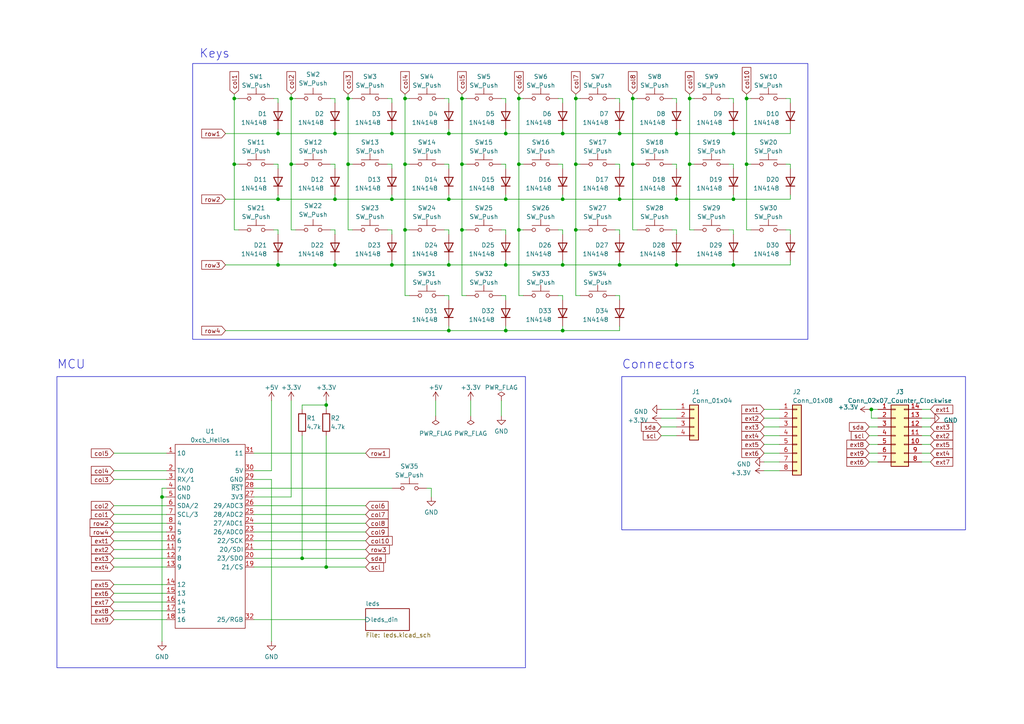
<source format=kicad_sch>
(kicad_sch (version 20230121) (generator eeschema)
  (paper "A4")
  (junction (at 130.175 38.735))
  (junction (at 87.63 161.925))
  (junction (at 167.005 66.675))
  (junction (at 67.945 28.575))
  (junction (at 97.155 57.785))
  (junction (at 97.155 38.735))
  (junction (at 179.705 76.835))
  (junction (at 150.495 28.575))
  (junction (at 196.215 76.835))
  (junction (at 212.725 38.735))
  (junction (at 46.99 144.145))
  (junction (at 183.515 28.575))
  (junction (at 179.705 38.735))
  (junction (at 100.965 47.625))
  (junction (at 113.665 38.735))
  (junction (at 117.475 66.675))
  (junction (at 163.195 57.785))
  (junction (at 80.645 57.785))
  (junction (at 133.985 28.575))
  (junction (at 84.455 28.575))
  (junction (at 97.155 76.835))
  (junction (at 196.215 57.785))
  (junction (at 212.725 76.835))
  (junction (at 216.535 47.625))
  (junction (at 113.665 76.835))
  (junction (at 179.705 57.785))
  (junction (at 183.515 47.625))
  (junction (at 94.615 117.475))
  (junction (at 146.685 57.785))
  (junction (at 150.495 66.675))
  (junction (at 146.685 38.735))
  (junction (at 133.985 47.625))
  (junction (at 67.945 47.625))
  (junction (at 80.645 38.735))
  (junction (at 212.725 57.785))
  (junction (at 94.615 164.465))
  (junction (at 196.215 38.735))
  (junction (at 80.645 76.835))
  (junction (at 133.985 66.675))
  (junction (at 200.025 47.625))
  (junction (at 200.025 28.575))
  (junction (at 216.535 28.575))
  (junction (at 130.175 57.785))
  (junction (at 252.73 118.745))
  (junction (at 146.685 95.885))
  (junction (at 150.495 47.625))
  (junction (at 117.475 47.625))
  (junction (at 130.175 95.885))
  (junction (at 163.195 76.835))
  (junction (at 117.475 28.575))
  (junction (at 167.005 47.625))
  (junction (at 100.965 28.575))
  (junction (at 163.195 95.885))
  (junction (at 146.685 76.835))
  (junction (at 167.005 28.575))
  (junction (at 84.455 47.625))
  (junction (at 113.665 57.785))
  (junction (at 163.195 38.735))
  (junction (at 130.175 76.835))
  (wire (pts (xy 33.02 154.305) (xy 48.26 154.305)))
  (wire (pts (xy 145.415 28.575) (xy 146.685 28.575)))
  (wire (pts (xy 95.885 66.675) (xy 97.155 66.675)))
  (wire (pts (xy 94.615 116.205) (xy 94.615 117.475)))
  (wire (pts (xy 163.195 38.735) (xy 179.705 38.735)))
  (wire (pts (xy 33.02 159.385) (xy 48.26 159.385)))
  (wire (pts (xy 133.985 28.575) (xy 135.255 28.575)))
  (wire (pts (xy 227.965 66.675) (xy 229.235 66.675)))
  (wire (pts (xy 167.005 66.675) (xy 167.005 47.625)))
  (wire (pts (xy 128.905 85.725) (xy 130.175 85.725)))
  (wire (pts (xy 67.945 28.575) (xy 69.215 28.575)))
  (wire (pts (xy 221.615 136.525) (xy 226.06 136.525)))
  (wire (pts (xy 150.495 28.575) (xy 151.765 28.575)))
  (wire (pts (xy 179.705 28.575) (xy 179.705 29.845)))
  (wire (pts (xy 194.945 47.625) (xy 196.215 47.625)))
  (wire (pts (xy 117.475 28.575) (xy 118.745 28.575)))
  (wire (pts (xy 46.99 144.145) (xy 48.26 144.145)))
  (wire (pts (xy 194.945 28.575) (xy 196.215 28.575)))
  (wire (pts (xy 100.965 47.625) (xy 100.965 66.675)))
  (wire (pts (xy 229.235 47.625) (xy 229.235 48.895)))
  (wire (pts (xy 151.765 85.725) (xy 150.495 85.725)))
  (wire (pts (xy 146.685 38.735) (xy 163.195 38.735)))
  (wire (pts (xy 80.645 38.735) (xy 80.645 37.465)))
  (wire (pts (xy 33.02 136.525) (xy 48.26 136.525)))
  (wire (pts (xy 179.705 38.735) (xy 179.705 37.465)))
  (wire (pts (xy 167.005 28.575) (xy 168.275 28.575)))
  (wire (pts (xy 229.235 66.675) (xy 229.235 67.945)))
  (wire (pts (xy 128.905 47.625) (xy 130.175 47.625)))
  (wire (pts (xy 85.725 47.625) (xy 84.455 47.625)))
  (wire (pts (xy 163.195 38.735) (xy 163.195 37.465)))
  (wire (pts (xy 113.665 56.515) (xy 113.665 57.785)))
  (wire (pts (xy 112.395 47.625) (xy 113.665 47.625)))
  (wire (pts (xy 145.415 85.725) (xy 146.685 85.725)))
  (wire (pts (xy 146.685 85.725) (xy 146.685 86.995)))
  (wire (pts (xy 163.195 56.515) (xy 163.195 57.785)))
  (wire (pts (xy 212.725 38.735) (xy 229.235 38.735)))
  (wire (pts (xy 163.195 57.785) (xy 146.685 57.785)))
  (wire (pts (xy 118.745 47.625) (xy 117.475 47.625)))
  (wire (pts (xy 194.945 66.675) (xy 196.215 66.675)))
  (wire (pts (xy 73.66 159.385) (xy 106.045 159.385)))
  (wire (pts (xy 146.685 66.675) (xy 146.685 67.945)))
  (wire (pts (xy 196.215 66.675) (xy 196.215 67.945)))
  (wire (pts (xy 130.175 38.735) (xy 146.685 38.735)))
  (wire (pts (xy 80.645 76.835) (xy 80.645 75.565)))
  (wire (pts (xy 73.66 161.925) (xy 87.63 161.925)))
  (wire (pts (xy 179.705 76.835) (xy 196.215 76.835)))
  (wire (pts (xy 167.005 66.675) (xy 168.275 66.675)))
  (wire (pts (xy 163.195 66.675) (xy 163.195 67.945)))
  (wire (pts (xy 69.215 66.675) (xy 67.945 66.675)))
  (wire (pts (xy 73.66 151.765) (xy 106.045 151.765)))
  (wire (pts (xy 102.235 28.575) (xy 100.965 28.575)))
  (wire (pts (xy 150.495 27.305) (xy 150.495 28.575)))
  (wire (pts (xy 211.455 47.625) (xy 212.725 47.625)))
  (wire (pts (xy 33.02 139.065) (xy 48.26 139.065)))
  (wire (pts (xy 146.685 38.735) (xy 146.685 37.465)))
  (wire (pts (xy 201.295 66.675) (xy 200.025 66.675)))
  (wire (pts (xy 200.025 28.575) (xy 201.295 28.575)))
  (wire (pts (xy 133.985 47.625) (xy 135.255 47.625)))
  (wire (pts (xy 150.495 47.625) (xy 150.495 28.575)))
  (wire (pts (xy 229.235 38.735) (xy 229.235 37.465)))
  (wire (pts (xy 221.615 123.825) (xy 226.06 123.825)))
  (wire (pts (xy 216.535 47.625) (xy 217.805 47.625)))
  (wire (pts (xy 216.535 66.675) (xy 216.535 47.625)))
  (wire (pts (xy 267.335 123.825) (xy 269.875 123.825)))
  (wire (pts (xy 128.905 28.575) (xy 130.175 28.575)))
  (wire (pts (xy 221.615 126.365) (xy 226.06 126.365)))
  (wire (pts (xy 33.02 151.765) (xy 48.26 151.765)))
  (wire (pts (xy 117.475 47.625) (xy 117.475 28.575)))
  (wire (pts (xy 73.66 131.445) (xy 106.045 131.445)))
  (wire (pts (xy 73.66 154.305) (xy 106.045 154.305)))
  (wire (pts (xy 191.77 123.825) (xy 196.215 123.825)))
  (wire (pts (xy 94.615 126.365) (xy 94.615 164.465)))
  (wire (pts (xy 84.455 47.625) (xy 84.455 66.675)))
  (wire (pts (xy 200.025 47.625) (xy 201.295 47.625)))
  (wire (pts (xy 161.925 28.575) (xy 163.195 28.575)))
  (wire (pts (xy 191.77 126.365) (xy 196.215 126.365)))
  (wire (pts (xy 212.725 38.735) (xy 212.725 37.465)))
  (wire (pts (xy 80.645 57.785) (xy 80.645 56.515)))
  (wire (pts (xy 130.175 95.885) (xy 130.175 94.615)))
  (wire (pts (xy 196.215 38.735) (xy 196.215 37.465)))
  (wire (pts (xy 145.415 47.625) (xy 146.685 47.625)))
  (wire (pts (xy 130.175 47.625) (xy 130.175 48.895)))
  (wire (pts (xy 196.215 28.575) (xy 196.215 29.845)))
  (wire (pts (xy 212.725 28.575) (xy 212.725 29.845)))
  (wire (pts (xy 130.175 57.785) (xy 146.685 57.785)))
  (wire (pts (xy 212.725 57.785) (xy 229.235 57.785)))
  (wire (pts (xy 221.615 131.445) (xy 226.06 131.445)))
  (wire (pts (xy 80.645 28.575) (xy 80.645 29.845)))
  (wire (pts (xy 73.66 146.685) (xy 106.045 146.685)))
  (wire (pts (xy 216.535 27.305) (xy 216.535 28.575)))
  (wire (pts (xy 191.77 121.285) (xy 196.215 121.285)))
  (wire (pts (xy 73.66 164.465) (xy 94.615 164.465)))
  (wire (pts (xy 163.195 85.725) (xy 163.195 86.995)))
  (wire (pts (xy 200.025 27.305) (xy 200.025 28.575)))
  (wire (pts (xy 112.395 28.575) (xy 113.665 28.575)))
  (wire (pts (xy 78.74 139.065) (xy 78.74 186.055)))
  (wire (pts (xy 95.885 47.625) (xy 97.155 47.625)))
  (wire (pts (xy 128.905 66.675) (xy 130.175 66.675)))
  (wire (pts (xy 113.665 76.835) (xy 97.155 76.835)))
  (wire (pts (xy 183.515 27.305) (xy 183.515 28.575)))
  (wire (pts (xy 146.685 94.615) (xy 146.685 95.885)))
  (wire (pts (xy 179.705 38.735) (xy 196.215 38.735)))
  (wire (pts (xy 183.515 47.625) (xy 184.785 47.625)))
  (wire (pts (xy 130.175 56.515) (xy 130.175 57.785)))
  (wire (pts (xy 178.435 66.675) (xy 179.705 66.675)))
  (wire (pts (xy 167.005 27.305) (xy 167.005 28.575)))
  (wire (pts (xy 211.455 28.575) (xy 212.725 28.575)))
  (wire (pts (xy 229.235 76.835) (xy 212.725 76.835)))
  (wire (pts (xy 73.66 179.705) (xy 106.045 179.705)))
  (wire (pts (xy 135.255 85.725) (xy 133.985 85.725)))
  (wire (pts (xy 117.475 27.305) (xy 117.475 28.575)))
  (wire (pts (xy 97.155 56.515) (xy 97.155 57.785)))
  (wire (pts (xy 84.455 47.625) (xy 84.455 28.575)))
  (wire (pts (xy 97.155 57.785) (xy 80.645 57.785)))
  (wire (pts (xy 217.805 66.675) (xy 216.535 66.675)))
  (wire (pts (xy 65.405 38.735) (xy 80.645 38.735)))
  (wire (pts (xy 196.215 56.515) (xy 196.215 57.785)))
  (wire (pts (xy 145.415 116.205) (xy 145.415 120.65)))
  (wire (pts (xy 33.02 146.685) (xy 48.26 146.685)))
  (wire (pts (xy 136.525 116.205) (xy 136.525 120.65)))
  (wire (pts (xy 113.665 28.575) (xy 113.665 29.845)))
  (wire (pts (xy 118.745 66.675) (xy 117.475 66.675)))
  (wire (pts (xy 133.985 47.625) (xy 133.985 28.575)))
  (wire (pts (xy 146.685 47.625) (xy 146.685 48.895)))
  (wire (pts (xy 150.495 47.625) (xy 151.765 47.625)))
  (wire (pts (xy 179.705 66.675) (xy 179.705 67.945)))
  (wire (pts (xy 97.155 76.835) (xy 80.645 76.835)))
  (wire (pts (xy 113.665 47.625) (xy 113.665 48.895)))
  (wire (pts (xy 252.095 128.905) (xy 254.635 128.905)))
  (wire (pts (xy 179.705 57.785) (xy 163.195 57.785)))
  (wire (pts (xy 179.705 94.615) (xy 179.705 95.885)))
  (wire (pts (xy 73.66 156.845) (xy 106.045 156.845)))
  (wire (pts (xy 196.215 47.625) (xy 196.215 48.895)))
  (wire (pts (xy 146.685 56.515) (xy 146.685 57.785)))
  (wire (pts (xy 212.725 66.675) (xy 212.725 67.945)))
  (wire (pts (xy 65.405 95.885) (xy 130.175 95.885)))
  (wire (pts (xy 65.405 76.835) (xy 80.645 76.835)))
  (wire (pts (xy 161.925 47.625) (xy 163.195 47.625)))
  (wire (pts (xy 163.195 94.615) (xy 163.195 95.885)))
  (wire (pts (xy 133.985 85.725) (xy 133.985 66.675)))
  (wire (pts (xy 87.63 117.475) (xy 94.615 117.475)))
  (wire (pts (xy 33.02 174.625) (xy 48.26 174.625)))
  (wire (pts (xy 79.375 47.625) (xy 80.645 47.625)))
  (wire (pts (xy 227.965 28.575) (xy 229.235 28.575)))
  (wire (pts (xy 100.965 27.305) (xy 100.965 28.575)))
  (wire (pts (xy 211.455 66.675) (xy 212.725 66.675)))
  (wire (pts (xy 48.26 141.605) (xy 46.99 141.605)))
  (wire (pts (xy 196.215 76.835) (xy 212.725 76.835)))
  (wire (pts (xy 196.215 38.735) (xy 212.725 38.735)))
  (wire (pts (xy 183.515 66.675) (xy 183.515 47.625)))
  (wire (pts (xy 168.275 85.725) (xy 167.005 85.725)))
  (wire (pts (xy 118.745 85.725) (xy 117.475 85.725)))
  (wire (pts (xy 267.335 121.285) (xy 269.875 121.285)))
  (wire (pts (xy 179.705 56.515) (xy 179.705 57.785)))
  (wire (pts (xy 87.63 126.365) (xy 87.63 161.925)))
  (wire (pts (xy 178.435 85.725) (xy 179.705 85.725)))
  (wire (pts (xy 212.725 47.625) (xy 212.725 48.895)))
  (wire (pts (xy 212.725 75.565) (xy 212.725 76.835)))
  (wire (pts (xy 167.005 85.725) (xy 167.005 66.675)))
  (wire (pts (xy 78.74 116.205) (xy 78.74 136.525)))
  (wire (pts (xy 97.155 38.735) (xy 97.155 37.465)))
  (wire (pts (xy 145.415 66.675) (xy 146.685 66.675)))
  (wire (pts (xy 200.025 47.625) (xy 200.025 28.575)))
  (wire (pts (xy 267.335 118.745) (xy 269.875 118.745)))
  (wire (pts (xy 163.195 76.835) (xy 179.705 76.835)))
  (wire (pts (xy 163.195 75.565) (xy 163.195 76.835)))
  (wire (pts (xy 146.685 76.835) (xy 130.175 76.835)))
  (wire (pts (xy 80.645 47.625) (xy 80.645 48.895)))
  (wire (pts (xy 80.645 66.675) (xy 80.645 67.945)))
  (wire (pts (xy 84.455 116.205) (xy 84.455 144.145)))
  (wire (pts (xy 130.175 75.565) (xy 130.175 76.835)))
  (wire (pts (xy 150.495 66.675) (xy 151.765 66.675)))
  (wire (pts (xy 167.005 47.625) (xy 168.275 47.625)))
  (wire (pts (xy 179.705 57.785) (xy 196.215 57.785)))
  (wire (pts (xy 200.025 66.675) (xy 200.025 47.625)))
  (wire (pts (xy 179.705 47.625) (xy 179.705 48.895)))
  (wire (pts (xy 112.395 66.675) (xy 113.665 66.675)))
  (wire (pts (xy 179.705 75.565) (xy 179.705 76.835)))
  (wire (pts (xy 133.985 27.305) (xy 133.985 28.575)))
  (wire (pts (xy 33.02 161.925) (xy 48.26 161.925)))
  (wire (pts (xy 196.215 57.785) (xy 212.725 57.785)))
  (wire (pts (xy 216.535 28.575) (xy 217.805 28.575)))
  (wire (pts (xy 117.475 47.625) (xy 117.475 66.675)))
  (wire (pts (xy 267.335 126.365) (xy 269.875 126.365)))
  (wire (pts (xy 161.925 85.725) (xy 163.195 85.725)))
  (wire (pts (xy 252.095 133.985) (xy 254.635 133.985)))
  (wire (pts (xy 130.175 57.785) (xy 113.665 57.785)))
  (wire (pts (xy 146.685 75.565) (xy 146.685 76.835)))
  (wire (pts (xy 79.375 28.575) (xy 80.645 28.575)))
  (wire (pts (xy 161.925 66.675) (xy 163.195 66.675)))
  (wire (pts (xy 95.885 28.575) (xy 97.155 28.575)))
  (wire (pts (xy 221.615 133.985) (xy 226.06 133.985)))
  (wire (pts (xy 46.99 141.605) (xy 46.99 144.145)))
  (wire (pts (xy 163.195 47.625) (xy 163.195 48.895)))
  (wire (pts (xy 130.175 76.835) (xy 113.665 76.835)))
  (wire (pts (xy 146.685 95.885) (xy 130.175 95.885)))
  (wire (pts (xy 133.985 66.675) (xy 133.985 47.625)))
  (wire (pts (xy 216.535 47.625) (xy 216.535 28.575)))
  (wire (pts (xy 79.375 66.675) (xy 80.645 66.675)))
  (wire (pts (xy 33.02 177.165) (xy 48.26 177.165)))
  (wire (pts (xy 229.235 56.515) (xy 229.235 57.785)))
  (wire (pts (xy 125.095 141.605) (xy 125.095 144.145)))
  (wire (pts (xy 146.685 28.575) (xy 146.685 29.845)))
  (wire (pts (xy 163.195 76.835) (xy 146.685 76.835)))
  (wire (pts (xy 67.945 27.305) (xy 67.945 28.575)))
  (wire (pts (xy 117.475 66.675) (xy 117.475 85.725)))
  (wire (pts (xy 46.99 144.145) (xy 46.99 186.055)))
  (wire (pts (xy 252.095 126.365) (xy 254.635 126.365)))
  (wire (pts (xy 179.705 95.885) (xy 163.195 95.885)))
  (wire (pts (xy 113.665 66.675) (xy 113.665 67.945)))
  (wire (pts (xy 100.965 47.625) (xy 102.235 47.625)))
  (wire (pts (xy 78.74 136.525) (xy 73.66 136.525)))
  (wire (pts (xy 84.455 27.305) (xy 84.455 28.575)))
  (wire (pts (xy 221.615 118.745) (xy 226.06 118.745)))
  (wire (pts (xy 130.175 66.675) (xy 130.175 67.945)))
  (wire (pts (xy 102.235 66.675) (xy 100.965 66.675)))
  (wire (pts (xy 150.495 66.675) (xy 150.495 47.625)))
  (wire (pts (xy 267.335 133.985) (xy 269.875 133.985)))
  (wire (pts (xy 97.155 28.575) (xy 97.155 29.845)))
  (wire (pts (xy 133.985 66.675) (xy 135.255 66.675)))
  (wire (pts (xy 84.455 28.575) (xy 85.725 28.575)))
  (wire (pts (xy 87.63 161.925) (xy 106.045 161.925)))
  (wire (pts (xy 67.945 47.625) (xy 67.945 66.675)))
  (wire (pts (xy 130.175 28.575) (xy 130.175 29.845)))
  (wire (pts (xy 87.63 118.745) (xy 87.63 117.475)))
  (wire (pts (xy 130.175 38.735) (xy 130.175 37.465)))
  (wire (pts (xy 33.02 169.545) (xy 48.26 169.545)))
  (wire (pts (xy 97.155 75.565) (xy 97.155 76.835)))
  (wire (pts (xy 150.495 85.725) (xy 150.495 66.675)))
  (wire (pts (xy 252.73 118.745) (xy 252.73 121.285)))
  (wire (pts (xy 97.155 66.675) (xy 97.155 67.945)))
  (wire (pts (xy 178.435 47.625) (xy 179.705 47.625)))
  (wire (pts (xy 229.235 28.575) (xy 229.235 29.845)))
  (wire (pts (xy 97.155 38.735) (xy 113.665 38.735)))
  (wire (pts (xy 100.965 28.575) (xy 100.965 47.625)))
  (wire (pts (xy 167.005 47.625) (xy 167.005 28.575)))
  (wire (pts (xy 65.405 57.785) (xy 80.645 57.785)))
  (wire (pts (xy 178.435 28.575) (xy 179.705 28.575)))
  (wire (pts (xy 67.945 28.575) (xy 67.945 47.625)))
  (wire (pts (xy 183.515 47.625) (xy 183.515 28.575)))
  (wire (pts (xy 33.02 131.445) (xy 48.26 131.445)))
  (wire (pts (xy 73.66 144.145) (xy 84.455 144.145)))
  (wire (pts (xy 33.02 179.705) (xy 48.26 179.705)))
  (wire (pts (xy 227.965 47.625) (xy 229.235 47.625)))
  (wire (pts (xy 267.335 128.905) (xy 269.875 128.905)))
  (wire (pts (xy 184.785 66.675) (xy 183.515 66.675)))
  (wire (pts (xy 113.665 38.735) (xy 113.665 37.465)))
  (wire (pts (xy 69.215 47.625) (xy 67.945 47.625)))
  (wire (pts (xy 267.335 131.445) (xy 269.875 131.445)))
  (wire (pts (xy 33.02 156.845) (xy 48.26 156.845)))
  (wire (pts (xy 221.615 121.285) (xy 226.06 121.285)))
  (wire (pts (xy 212.725 56.515) (xy 212.725 57.785)))
  (wire (pts (xy 33.02 172.085) (xy 48.26 172.085)))
  (wire (pts (xy 252.095 131.445) (xy 254.635 131.445)))
  (wire (pts (xy 252.095 118.745) (xy 252.73 118.745)))
  (wire (pts (xy 113.665 57.785) (xy 97.155 57.785)))
  (wire (pts (xy 73.66 141.605) (xy 113.665 141.605)))
  (wire (pts (xy 163.195 95.885) (xy 146.685 95.885)))
  (wire (pts (xy 113.665 75.565) (xy 113.665 76.835)))
  (wire (pts (xy 229.235 75.565) (xy 229.235 76.835)))
  (wire (pts (xy 94.615 117.475) (xy 94.615 118.745)))
  (wire (pts (xy 196.215 75.565) (xy 196.215 76.835)))
  (wire (pts (xy 73.66 139.065) (xy 78.74 139.065)))
  (wire (pts (xy 179.705 85.725) (xy 179.705 86.995)))
  (wire (pts (xy 85.725 66.675) (xy 84.455 66.675)))
  (wire (pts (xy 113.665 38.735) (xy 130.175 38.735)))
  (wire (pts (xy 183.515 28.575) (xy 184.785 28.575)))
  (wire (pts (xy 73.66 149.225) (xy 106.045 149.225)))
  (wire (pts (xy 130.175 85.725) (xy 130.175 86.995)))
  (wire (pts (xy 80.645 38.735) (xy 97.155 38.735)))
  (wire (pts (xy 252.73 118.745) (xy 254.635 118.745)))
  (wire (pts (xy 191.77 118.745) (xy 196.215 118.745)))
  (wire (pts (xy 94.615 164.465) (xy 106.045 164.465)))
  (wire (pts (xy 97.155 47.625) (xy 97.155 48.895)))
  (wire (pts (xy 123.825 141.605) (xy 125.095 141.605)))
  (wire (pts (xy 252.095 123.825) (xy 254.635 123.825)))
  (wire (pts (xy 252.73 121.285) (xy 254.635 121.285)))
  (wire (pts (xy 221.615 128.905) (xy 226.06 128.905)))
  (wire (pts (xy 163.195 28.575) (xy 163.195 29.845)))
  (wire (pts (xy 126.365 116.205) (xy 126.365 120.65)))
  (wire (pts (xy 33.02 149.225) (xy 48.26 149.225)))
  (wire (pts (xy 33.02 164.465) (xy 48.26 164.465)))
  (rectangle (start 55.88 18.415) (end 234.315 98.425))
  (rectangle (start 16.51 109.22) (end 152.4 193.675))
  (rectangle (start 180.34 109.22) (end 280.035 153.67))
  (text "MCU" (at 16.51 107.315 0) (effects (font (size 2.54 2.54)) (justify left bottom)))
  (text "Connectors" (at 180.34 107.315 0) (effects (font (size 2.54 2.54)) (justify left bottom)))
  (text "Keys" (at 57.785 17.145 0) (effects (font (size 2.54 2.54)) (justify left bottom)))
  (global_label "col8" (shape input) (at 106.045 151.765 0) (property "Intersheetrefs" "${INTERSHEET_REFS}" (effects hide)))
  (global_label "col2" (shape input) (at 84.455 27.305 90) (property "Intersheetrefs" "${INTERSHEET_REFS}" (effects hide)))
  (global_label "row2" (shape input) (at 33.02 151.765 180) (property "Intersheetrefs" "${INTERSHEET_REFS}" (effects hide)))
  (global_label "ext3" (shape input) (at 269.875 123.825 0) (property "Intersheetrefs" "${INTERSHEET_REFS}" (effects hide)))
  (global_label "col6" (shape input) (at 106.045 146.685 0) (property "Intersheetrefs" "${INTERSHEET_REFS}" (effects hide)))
  (global_label "col7" (shape input) (at 106.045 149.225 0) (property "Intersheetrefs" "${INTERSHEET_REFS}" (effects hide)))
  (global_label "row3" (shape input) (at 106.045 159.385 0) (property "Intersheetrefs" "${INTERSHEET_REFS}" (effects hide)))
  (global_label "ext8" (shape input) (at 33.02 177.165 180) (property "Intersheetrefs" "${INTERSHEET_REFS}" (effects hide)))
  (global_label "ext8" (shape input) (at 252.095 128.905 180) (property "Intersheetrefs" "${INTERSHEET_REFS}" (effects hide)))
  (global_label "ext4" (shape input) (at 269.875 131.445 0) (property "Intersheetrefs" "${INTERSHEET_REFS}" (effects hide)))
  (global_label "col3" (shape input) (at 100.965 27.305 90) (property "Intersheetrefs" "${INTERSHEET_REFS}" (effects hide)))
  (global_label "ext1" (shape input) (at 221.615 118.745 180) (property "Intersheetrefs" "${INTERSHEET_REFS}" (effects hide)))
  (global_label "ext4" (shape input) (at 33.02 164.465 180) (property "Intersheetrefs" "${INTERSHEET_REFS}" (effects hide)))
  (global_label "row2" (shape input) (at 65.405 57.785 180) (property "Intersheetrefs" "${INTERSHEET_REFS}" (effects hide)))
  (global_label "col4" (shape input) (at 117.475 27.305 90) (property "Intersheetrefs" "${INTERSHEET_REFS}" (effects hide)))
  (global_label "col5" (shape input) (at 33.02 131.445 180) (property "Intersheetrefs" "${INTERSHEET_REFS}" (effects hide)))
  (global_label "sda" (shape input) (at 252.095 123.825 180) (property "Intersheetrefs" "${INTERSHEET_REFS}" (effects hide)))
  (global_label "row3" (shape input) (at 65.405 76.835 180) (property "Intersheetrefs" "${INTERSHEET_REFS}" (effects hide)))
  (global_label "ext5" (shape input) (at 269.875 128.905 0) (property "Intersheetrefs" "${INTERSHEET_REFS}" (effects hide)))
  (global_label "ext7" (shape input) (at 33.02 174.625 180) (property "Intersheetrefs" "${INTERSHEET_REFS}" (effects hide)))
  (global_label "col10" (shape input) (at 106.045 156.845 0) (property "Intersheetrefs" "${INTERSHEET_REFS}" (effects hide)))
  (global_label "ext5" (shape input) (at 221.615 128.905 180) (property "Intersheetrefs" "${INTERSHEET_REFS}" (effects hide)))
  (global_label "col4" (shape input) (at 33.02 136.525 180) (property "Intersheetrefs" "${INTERSHEET_REFS}" (effects hide)))
  (global_label "ext1" (shape input) (at 33.02 156.845 180) (property "Intersheetrefs" "${INTERSHEET_REFS}" (effects hide)))
  (global_label "ext6" (shape input) (at 33.02 172.085 180) (property "Intersheetrefs" "${INTERSHEET_REFS}" (effects hide)))
  (global_label "col3" (shape input) (at 33.02 139.065 180) (property "Intersheetrefs" "${INTERSHEET_REFS}" (effects hide)))
  (global_label "ext4" (shape input) (at 221.615 126.365 180) (property "Intersheetrefs" "${INTERSHEET_REFS}" (effects hide)))
  (global_label "col5" (shape input) (at 133.985 27.305 90) (property "Intersheetrefs" "${INTERSHEET_REFS}" (effects hide)))
  (global_label "ext6" (shape input) (at 221.615 131.445 180) (property "Intersheetrefs" "${INTERSHEET_REFS}" (effects hide)))
  (global_label "col6" (shape input) (at 150.495 27.305 90) (property "Intersheetrefs" "${INTERSHEET_REFS}" (effects hide)))
  (global_label "sda" (shape input) (at 191.77 123.825 180) (property "Intersheetrefs" "${INTERSHEET_REFS}" (effects hide)))
  (global_label "col1" (shape input) (at 33.02 149.225 180) (property "Intersheetrefs" "${INTERSHEET_REFS}" (effects hide)))
  (global_label "ext3" (shape input) (at 221.615 123.825 180) (property "Intersheetrefs" "${INTERSHEET_REFS}" (effects hide)))
  (global_label "ext3" (shape input) (at 33.02 161.925 180) (property "Intersheetrefs" "${INTERSHEET_REFS}" (effects hide)))
  (global_label "row1" (shape input) (at 65.405 38.735 180) (property "Intersheetrefs" "${INTERSHEET_REFS}" (effects hide)))
  (global_label "col1" (shape input) (at 67.945 27.305 90) (property "Intersheetrefs" "${INTERSHEET_REFS}" (effects hide)))
  (global_label "col7" (shape input) (at 167.005 27.305 90) (property "Intersheetrefs" "${INTERSHEET_REFS}" (effects hide)))
  (global_label "row4" (shape input) (at 65.405 95.885 180) (property "Intersheetrefs" "${INTERSHEET_REFS}" (effects hide)))
  (global_label "col9" (shape input) (at 106.045 154.305 0) (property "Intersheetrefs" "${INTERSHEET_REFS}" (effects hide)))
  (global_label "ext2" (shape input) (at 33.02 159.385 180) (property "Intersheetrefs" "${INTERSHEET_REFS}" (effects hide)))
  (global_label "row4" (shape input) (at 33.02 154.305 180) (property "Intersheetrefs" "${INTERSHEET_REFS}" (effects hide)))
  (global_label "sda" (shape input) (at 106.045 161.925 0) (property "Intersheetrefs" "${INTERSHEET_REFS}" (effects hide)))
  (global_label "col9" (shape input) (at 200.025 27.305 90) (property "Intersheetrefs" "${INTERSHEET_REFS}" (effects hide)))
  (global_label "ext5" (shape input) (at 33.02 169.545 180) (property "Intersheetrefs" "${INTERSHEET_REFS}" (effects hide)))
  (global_label "ext2" (shape input) (at 221.615 121.285 180) (property "Intersheetrefs" "${INTERSHEET_REFS}" (effects hide)))
  (global_label "ext2" (shape input) (at 269.875 126.365 0) (property "Intersheetrefs" "${INTERSHEET_REFS}" (effects hide)))
  (global_label "ext9" (shape input) (at 252.095 131.445 180) (property "Intersheetrefs" "${INTERSHEET_REFS}" (effects hide)))
  (global_label "scl" (shape input) (at 252.095 126.365 180) (property "Intersheetrefs" "${INTERSHEET_REFS}" (effects hide)))
  (global_label "col10" (shape input) (at 216.535 27.305 90) (property "Intersheetrefs" "${INTERSHEET_REFS}" (effects hide)))
  (global_label "scl" (shape input) (at 191.77 126.365 180) (property "Intersheetrefs" "${INTERSHEET_REFS}" (effects hide)))
  (global_label "ext1" (shape input) (at 269.875 118.745 0) (property "Intersheetrefs" "${INTERSHEET_REFS}" (effects hide)))
  (global_label "col2" (shape input) (at 33.02 146.685 180) (property "Intersheetrefs" "${INTERSHEET_REFS}" (effects hide)))
  (global_label "ext7" (shape input) (at 269.875 133.985 0) (property "Intersheetrefs" "${INTERSHEET_REFS}" (effects hide)))
  (global_label "row1" (shape input) (at 106.045 131.445 0) (property "Intersheetrefs" "${INTERSHEET_REFS}" (effects hide)))
  (global_label "ext6" (shape input) (at 252.095 133.985 180) (property "Intersheetrefs" "${INTERSHEET_REFS}" (effects hide)))
  (global_label "col8" (shape input) (at 183.515 27.305 90) (property "Intersheetrefs" "${INTERSHEET_REFS}" (effects hide)))
  (global_label "ext9" (shape input) (at 33.02 179.705 180) (property "Intersheetrefs" "${INTERSHEET_REFS}" (effects hide)))
  (global_label "scl" (shape input) (at 106.045 164.465 0) (property "Intersheetrefs" "${INTERSHEET_REFS}" (effects hide)))
  (symbol (lib_id "Diode:1N4148") (at 163.195 52.705 270) (mirror x) (unit 1)
    (property "Reference" "D16" (at 160.02 52.07 90) (effects (justify right)))
    (property "Value" "1N4148" (at 160.02 54.61 90) (effects (justify right)))
    (property "Footprint" "footprints:D_SOD-123_RIGHT" (effects hide))
    (property "Datasheet" "https://assets.nexperia.com/documents/data-sheet/1N4148_1N4448.pdf" (effects hide))
    (property "Sim.Device" "D" (effects hide))
    (property "Sim.Pins" "1=K 2=A" (effects hide))
  )
  (symbol (lib_id "Switch:SW_Push") (at 123.825 85.725 0) (unit 1)
    (property "Reference" "SW31" (at 123.825 79.375 0))
    (property "Value" "SW_Push" (at 123.825 81.915 0))
    (property "Footprint" "footprints:SW_Hotswap_Kailh_MX_plated_1.00u" (effects hide))
  )
  (symbol (lib_id "Diode:1N4148") (at 196.215 71.755 270) (mirror x) (unit 1)
    (property "Reference" "D28" (at 193.04 71.12 90) (effects (justify right)))
    (property "Value" "1N4148" (at 193.04 73.66 90) (effects (justify right)))
    (property "Footprint" "footprints:D_SOD-123_RIGHT" (effects hide))
    (property "Datasheet" "https://assets.nexperia.com/documents/data-sheet/1N4148_1N4448.pdf" (effects hide))
    (property "Sim.Device" "D" (effects hide))
    (property "Sim.Pins" "1=K 2=A" (effects hide))
  )
  (symbol (lib_id "Diode:1N4148") (at 97.155 71.755 270) (mirror x) (unit 1)
    (property "Reference" "D22" (at 93.98 71.12 90) (effects (justify right)))
    (property "Value" "1N4148" (at 93.98 73.66 90) (effects (justify right)))
    (property "Footprint" "footprints:D_SOD-123_LEFT" (effects hide))
    (property "Datasheet" "https://assets.nexperia.com/documents/data-sheet/1N4148_1N4448.pdf" (effects hide))
    (property "Sim.Device" "D" (effects hide))
    (property "Sim.Pins" "1=K 2=A" (effects hide))
  )
  (symbol (lib_id "Diode:1N4148") (at 113.665 33.655 270) (mirror x) (unit 1)
    (property "Reference" "D3" (at 110.49 33.02 90) (effects (justify right)))
    (property "Value" "1N4148" (at 110.49 35.56 90) (effects (justify right)))
    (property "Footprint" "footprints:D_SOD-123_LEFT" (effects hide))
    (property "Datasheet" "https://assets.nexperia.com/documents/data-sheet/1N4148_1N4448.pdf" (effects hide))
    (property "Sim.Device" "D" (effects hide))
    (property "Sim.Pins" "1=K 2=A" (effects hide))
  )
  (symbol (lib_id "Switch:SW_Push") (at 74.295 28.575 0) (unit 1)
    (property "Reference" "SW1" (at 74.295 22.225 0))
    (property "Value" "SW_Push" (at 74.295 24.765 0))
    (property "Footprint" "footprints:SW_Hotswap_Kailh_MX_plated_1.00u" (effects hide))
  )
  (symbol (lib_id "Diode:1N4148") (at 80.645 52.705 270) (mirror x) (unit 1)
    (property "Reference" "D11" (at 77.47 52.07 90) (effects (justify right)))
    (property "Value" "1N4148" (at 77.47 54.61 90) (effects (justify right)))
    (property "Footprint" "footprints:D_SOD-123_LEFT" (effects hide))
    (property "Datasheet" "https://assets.nexperia.com/documents/data-sheet/1N4148_1N4448.pdf" (effects hide))
    (property "Sim.Device" "D" (effects hide))
    (property "Sim.Pins" "1=K 2=A" (effects hide))
  )
  (symbol (lib_id "Switch:SW_Push") (at 123.825 66.675 0) (unit 1)
    (property "Reference" "SW24" (at 123.825 60.325 0))
    (property "Value" "SW_Push" (at 123.825 62.865 0))
    (property "Footprint" "footprints:SW_Hotswap_Kailh_MX_plated_1.00u" (effects hide))
  )
  (symbol (lib_id "power:+3.3V") (at 94.615 116.205 0) (unit 1)
    (property "Reference" "#PWR09" (effects hide))
    (property "Value" "+3.3V" (at 94.615 112.395 0))
  )
  (symbol (lib_id "Connector_Generic:Conn_02x07_Counter_Clockwise") (at 259.715 126.365 0) (unit 1)
    (property "Reference" "J3" (at 260.985 113.665 0))
    (property "Value" "Conn_02x07_Counter_Clockwise" (at 260.985 116.205 0))
    (property "Footprint" "Connector_PinHeader_2.54mm:PinHeader_2x07_P2.54mm_Vertical" (effects hide))
  )
  (symbol (lib_id "power:GND") (at 46.99 186.055 0) (unit 1)
    (property "Reference" "#PWR08" (effects hide))
    (property "Value" "GND" (at 46.99 190.5 0))
  )
  (symbol (lib_id "Connector_Generic:Conn_01x08") (at 231.14 126.365 0) (unit 1)
    (property "Reference" "J2" (at 229.87 113.665 0) (effects (justify left)))
    (property "Value" "Conn_01x08" (at 229.87 116.205 0) (effects (justify left)))
    (property "Footprint" "footprints:JST_SH_SM08B-SRSS-TB_1x08-1MP_P1.00mm_Horizontal" (effects hide))
  )
  (symbol (lib_id "Diode:1N4148") (at 229.235 33.655 270) (mirror x) (unit 1)
    (property "Reference" "D10" (at 226.06 33.02 90) (effects (justify right)))
    (property "Value" "1N4148" (at 226.06 35.56 90) (effects (justify right)))
    (property "Footprint" "footprints:D_SOD-123_RIGHT" (effects hide))
    (property "Datasheet" "https://assets.nexperia.com/documents/data-sheet/1N4148_1N4448.pdf" (effects hide))
    (property "Sim.Device" "D" (effects hide))
    (property "Sim.Pins" "1=K 2=A" (effects hide))
  )
  (symbol (lib_id "Connector_Generic:Conn_01x04") (at 201.295 121.285 0) (unit 1)
    (property "Reference" "J1" (at 200.66 113.665 0) (effects (justify left)))
    (property "Value" "Conn_01x04" (at 200.66 116.205 0) (effects (justify left)))
    (property "Footprint" "footprints:JST_SH_SM04B-SRSS-TB_1x04-1MP_P1.00mm_Horizontal" (effects hide))
  )
  (symbol (lib_id "Switch:SW_Push") (at 156.845 85.725 0) (unit 1)
    (property "Reference" "SW33" (at 156.845 79.375 0))
    (property "Value" "SW_Push" (at 156.845 81.915 0))
    (property "Footprint" "footprints:SW_Hotswap_Kailh_MX_plated_1.50u_90deg" (effects hide))
  )
  (symbol (lib_id "Switch:SW_Push") (at 173.355 66.675 0) (unit 1)
    (property "Reference" "SW27" (at 173.355 60.325 0))
    (property "Value" "SW_Push" (at 173.355 62.865 0))
    (property "Footprint" "footprints:SW_Hotswap_Kailh_MX_plated_1.00u" (effects hide))
  )
  (symbol (lib_id "Diode:1N4148") (at 179.705 52.705 270) (mirror x) (unit 1)
    (property "Reference" "D17" (at 176.53 52.07 90) (effects (justify right)))
    (property "Value" "1N4148" (at 176.53 54.61 90) (effects (justify right)))
    (property "Footprint" "footprints:D_SOD-123_RIGHT" (effects hide))
    (property "Datasheet" "https://assets.nexperia.com/documents/data-sheet/1N4148_1N4448.pdf" (effects hide))
    (property "Sim.Device" "D" (effects hide))
    (property "Sim.Pins" "1=K 2=A" (effects hide))
  )
  (symbol (lib_id "Switch:SW_Push") (at 173.355 85.725 0) (unit 1)
    (property "Reference" "SW34" (at 173.355 79.375 0))
    (property "Value" "SW_Push" (at 173.355 81.915 0))
    (property "Footprint" "footprints:SW_Hotswap_Kailh_MX_plated_1.00u" (effects hide))
  )
  (symbol (lib_id "power:+3.3V") (at 136.525 116.205 0) (unit 1)
    (property "Reference" "#PWR01" (effects hide))
    (property "Value" "+3.3V" (at 136.525 112.395 0))
  )
  (symbol (lib_id "Diode:1N4148") (at 163.195 71.755 270) (mirror x) (unit 1)
    (property "Reference" "D26" (at 160.02 71.12 90) (effects (justify right)))
    (property "Value" "1N4148" (at 160.02 73.66 90) (effects (justify right)))
    (property "Footprint" "footprints:D_SOD-123_RIGHT" (effects hide))
    (property "Datasheet" "https://assets.nexperia.com/documents/data-sheet/1N4148_1N4448.pdf" (effects hide))
    (property "Sim.Device" "D" (effects hide))
    (property "Sim.Pins" "1=K 2=A" (effects hide))
  )
  (symbol (lib_id "Diode:1N4148") (at 80.645 71.755 270) (mirror x) (unit 1)
    (property "Reference" "D21" (at 77.47 71.12 90) (effects (justify right)))
    (property "Value" "1N4148" (at 77.47 73.66 90) (effects (justify right)))
    (property "Footprint" "footprints:D_SOD-123_LEFT" (effects hide))
    (property "Datasheet" "https://assets.nexperia.com/documents/data-sheet/1N4148_1N4448.pdf" (effects hide))
    (property "Sim.Device" "D" (effects hide))
    (property "Sim.Pins" "1=K 2=A" (effects hide))
  )
  (symbol (lib_id "Diode:1N4148") (at 97.155 52.705 270) (mirror x) (unit 1)
    (property "Reference" "D12" (at 93.98 52.07 90) (effects (justify right)))
    (property "Value" "1N4148" (at 93.98 54.61 90) (effects (justify right)))
    (property "Footprint" "footprints:D_SOD-123_LEFT" (effects hide))
    (property "Datasheet" "https://assets.nexperia.com/documents/data-sheet/1N4148_1N4448.pdf" (effects hide))
    (property "Sim.Device" "D" (effects hide))
    (property "Sim.Pins" "1=K 2=A" (effects hide))
  )
  (symbol (lib_id "Switch:SW_Push") (at 107.315 47.625 0) (unit 1)
    (property "Reference" "SW13" (at 107.315 41.275 0))
    (property "Value" "SW_Push" (at 107.315 43.815 0))
    (property "Footprint" "footprints:SW_Hotswap_Kailh_MX_plated_1.00u" (effects hide))
  )
  (symbol (lib_id "power:GND") (at 221.615 133.985 270) (unit 1)
    (property "Reference" "#PWR014" (effects hide))
    (property "Value" "GND" (at 217.805 134.62 90) (effects (justify right)))
  )
  (symbol (lib_id "Diode:1N4148") (at 179.705 71.755 270) (mirror x) (unit 1)
    (property "Reference" "D27" (at 176.53 71.12 90) (effects (justify right)))
    (property "Value" "1N4148" (at 176.53 73.66 90) (effects (justify right)))
    (property "Footprint" "footprints:D_SOD-123_RIGHT" (effects hide))
    (property "Datasheet" "https://assets.nexperia.com/documents/data-sheet/1N4148_1N4448.pdf" (effects hide))
    (property "Sim.Device" "D" (effects hide))
    (property "Sim.Pins" "1=K 2=A" (effects hide))
  )
  (symbol (lib_id "Diode:1N4148") (at 146.685 33.655 270) (mirror x) (unit 1)
    (property "Reference" "D5" (at 143.51 33.02 90) (effects (justify right)))
    (property "Value" "1N4148" (at 143.51 35.56 90) (effects (justify right)))
    (property "Footprint" "footprints:D_SOD-123_LEFT" (effects hide))
    (property "Datasheet" "https://assets.nexperia.com/documents/data-sheet/1N4148_1N4448.pdf" (effects hide))
    (property "Sim.Device" "D" (effects hide))
    (property "Sim.Pins" "1=K 2=A" (effects hide))
  )
  (symbol (lib_id "Diode:1N4148") (at 179.705 33.655 270) (mirror x) (unit 1)
    (property "Reference" "D7" (at 176.53 33.02 90) (effects (justify right)))
    (property "Value" "1N4148" (at 176.53 35.56 90) (effects (justify right)))
    (property "Footprint" "footprints:D_SOD-123_RIGHT" (effects hide))
    (property "Datasheet" "https://assets.nexperia.com/documents/data-sheet/1N4148_1N4448.pdf" (effects hide))
    (property "Sim.Device" "D" (effects hide))
    (property "Sim.Pins" "1=K 2=A" (effects hide))
  )
  (symbol (lib_id "Diode:1N4148") (at 163.195 90.805 270) (mirror x) (unit 1)
    (property "Reference" "D33" (at 160.02 90.17 90) (effects (justify right)))
    (property "Value" "1N4148" (at 160.02 92.71 90) (effects (justify right)))
    (property "Footprint" "footprints:D_SOD-123_RIGHT" (effects hide))
    (property "Datasheet" "https://assets.nexperia.com/documents/data-sheet/1N4148_1N4448.pdf" (effects hide))
    (property "Sim.Device" "D" (effects hide))
    (property "Sim.Pins" "1=K 2=A" (effects hide))
  )
  (symbol (lib_id "Diode:1N4148") (at 212.725 52.705 270) (mirror x) (unit 1)
    (property "Reference" "D19" (at 209.55 52.07 90) (effects (justify right)))
    (property "Value" "1N4148" (at 209.55 54.61 90) (effects (justify right)))
    (property "Footprint" "footprints:D_SOD-123_RIGHT" (effects hide))
    (property "Datasheet" "https://assets.nexperia.com/documents/data-sheet/1N4148_1N4448.pdf" (effects hide))
    (property "Sim.Device" "D" (effects hide))
    (property "Sim.Pins" "1=K 2=A" (effects hide))
  )
  (symbol (lib_id "Diode:1N4148") (at 146.685 71.755 270) (mirror x) (unit 1)
    (property "Reference" "D25" (at 143.51 71.12 90) (effects (justify right)))
    (property "Value" "1N4148" (at 143.51 73.66 90) (effects (justify right)))
    (property "Footprint" "footprints:D_SOD-123_LEFT" (effects hide))
    (property "Datasheet" "https://assets.nexperia.com/documents/data-sheet/1N4148_1N4448.pdf" (effects hide))
    (property "Sim.Device" "D" (effects hide))
    (property "Sim.Pins" "1=K 2=A" (effects hide))
  )
  (symbol (lib_id "Switch:SW_Push") (at 173.355 28.575 0) (unit 1)
    (property "Reference" "SW7" (at 173.355 22.225 0))
    (property "Value" "SW_Push" (at 173.355 24.765 0))
    (property "Footprint" "footprints:SW_Hotswap_Kailh_MX_plated_1.00u" (effects hide))
  )
  (symbol (lib_id "power:+5V") (at 78.74 116.205 0) (unit 1)
    (property "Reference" "#PWR04" (effects hide))
    (property "Value" "+5V" (at 78.74 112.395 0))
  )
  (symbol (lib_id "Diode:1N4148") (at 146.685 52.705 270) (mirror x) (unit 1)
    (property "Reference" "D15" (at 143.51 52.07 90) (effects (justify right)))
    (property "Value" "1N4148" (at 143.51 54.61 90) (effects (justify right)))
    (property "Footprint" "footprints:D_SOD-123_LEFT" (effects hide))
    (property "Datasheet" "https://assets.nexperia.com/documents/data-sheet/1N4148_1N4448.pdf" (effects hide))
    (property "Sim.Device" "D" (effects hide))
    (property "Sim.Pins" "1=K 2=A" (effects hide))
  )
  (symbol (lib_id "Diode:1N4148") (at 130.175 90.805 270) (mirror x) (unit 1)
    (property "Reference" "D31" (at 127 90.17 90) (effects (justify right)))
    (property "Value" "1N4148" (at 127 92.71 90) (effects (justify right)))
    (property "Footprint" "footprints:D_SOD-123_LEFT" (effects hide))
    (property "Datasheet" "https://assets.nexperia.com/documents/data-sheet/1N4148_1N4448.pdf" (effects hide))
    (property "Sim.Device" "D" (effects hide))
    (property "Sim.Pins" "1=K 2=A" (effects hide))
  )
  (symbol (lib_id "Switch:SW_Push") (at 206.375 28.575 0) (unit 1)
    (property "Reference" "SW9" (at 206.375 22.225 0))
    (property "Value" "SW_Push" (at 206.375 24.765 0))
    (property "Footprint" "footprints:SW_Hotswap_Kailh_MX_plated_1.00u" (effects hide))
  )
  (symbol (lib_id "power:GND") (at 78.74 186.055 0) (unit 1)
    (property "Reference" "#PWR06" (effects hide))
    (property "Value" "GND" (at 78.74 190.5 0))
  )
  (symbol (lib_id "helios:helios") (at 60.96 155.575 0) (unit 1)
    (property "Reference" "U1" (at 60.96 125.095 0))
    (property "Value" "0xcb_Helios" (at 60.96 127.635 0))
    (property "Footprint" "footprints:Helios" (effects hide))
  )
  (symbol (lib_id "Diode:1N4148") (at 97.155 33.655 270) (mirror x) (unit 1)
    (property "Reference" "D2" (at 93.98 33.02 90) (effects (justify right)))
    (property "Value" "1N4148" (at 93.98 35.56 90) (effects (justify right)))
    (property "Footprint" "footprints:D_SOD-123_LEFT" (effects hide))
    (property "Datasheet" "https://assets.nexperia.com/documents/data-sheet/1N4148_1N4448.pdf" (effects hide))
    (property "Sim.Device" "D" (effects hide))
    (property "Sim.Pins" "1=K 2=A" (effects hide))
  )
  (symbol (lib_id "power:GND") (at 269.875 121.285 90) (unit 1)
    (property "Reference" "#PWR018" (effects hide))
    (property "Value" "GND" (at 273.685 121.92 90) (effects (justify right)))
  )
  (symbol (lib_id "power:GND") (at 145.415 120.65 0) (unit 1)
    (property "Reference" "#PWR02" (effects hide))
    (property "Value" "GND" (at 145.415 125.095 0))
  )
  (symbol (lib_id "power:+5V") (at 126.365 116.205 0) (unit 1)
    (property "Reference" "#PWR03" (effects hide))
    (property "Value" "+5V" (at 126.365 112.395 0))
  )
  (symbol (lib_id "Switch:SW_Push") (at 107.315 66.675 0) (unit 1)
    (property "Reference" "SW23" (at 107.315 60.325 0))
    (property "Value" "SW_Push" (at 107.315 62.865 0))
    (property "Footprint" "footprints:SW_Hotswap_Kailh_MX_plated_1.00u" (effects hide))
  )
  (symbol (lib_id "Diode:1N4148") (at 229.235 71.755 270) (mirror x) (unit 1)
    (property "Reference" "D30" (at 226.06 71.12 90) (effects (justify right)))
    (property "Value" "1N4148" (at 226.06 73.66 90) (effects (justify right)))
    (property "Footprint" "footprints:D_SOD-123_RIGHT" (effects hide))
    (property "Datasheet" "https://assets.nexperia.com/documents/data-sheet/1N4148_1N4448.pdf" (effects hide))
    (property "Sim.Device" "D" (effects hide))
    (property "Sim.Pins" "1=K 2=A" (effects hide))
  )
  (symbol (lib_id "Switch:SW_Push") (at 222.885 28.575 0) (unit 1)
    (property "Reference" "SW10" (at 222.885 22.225 0))
    (property "Value" "SW_Push" (at 222.885 24.765 0))
    (property "Footprint" "footprints:SW_Hotswap_Kailh_MX_plated_1.00u" (effects hide))
  )
  (symbol (lib_id "Switch:SW_Push") (at 90.805 28.575 0) (unit 1)
    (property "Reference" "SW2" (at 90.805 21.59 0))
    (property "Value" "SW_Push" (at 90.805 24.13 0))
    (property "Footprint" "footprints:SW_Hotswap_Kailh_MX_plated_1.00u" (effects hide))
  )
  (symbol (lib_id "power:+3.3V") (at 221.615 136.525 90) (unit 1)
    (property "Reference" "#PWR015" (effects hide))
    (property "Value" "+3.3V" (at 217.805 137.16 90) (effects (justify left)))
  )
  (symbol (lib_id "Switch:SW_Push") (at 206.375 47.625 0) (unit 1)
    (property "Reference" "SW19" (at 206.375 41.275 0))
    (property "Value" "SW_Push" (at 206.375 43.815 0))
    (property "Footprint" "footprints:SW_Hotswap_Kailh_MX_plated_1.00u" (effects hide))
  )
  (symbol (lib_id "Switch:SW_Push") (at 118.745 141.605 0) (unit 1)
    (property "Reference" "SW35" (at 118.745 135.255 0))
    (property "Value" "SW_Push" (at 118.745 137.795 0))
    (property "Footprint" "Button_Switch_SMD:SW_SPST_TL3342" (effects hide))
  )
  (symbol (lib_id "power:PWR_FLAG") (at 136.525 120.65 180) (unit 1)
    (property "Reference" "#FLG02" (effects hide))
    (property "Value" "PWR_FLAG" (at 136.525 125.73 0))
  )
  (symbol (lib_id "Switch:SW_Push") (at 189.865 28.575 0) (unit 1)
    (property "Reference" "SW8" (at 189.865 22.225 0))
    (property "Value" "SW_Push" (at 189.865 24.765 0))
    (property "Footprint" "footprints:SW_Hotswap_Kailh_MX_plated_1.00u" (effects hide))
  )
  (symbol (lib_id "Device:R") (at 87.63 122.555 0) (unit 1)
    (property "Reference" "R1" (at 88.9 121.285 0) (effects (justify left)))
    (property "Value" "4.7k" (at 88.9 123.825 0) (effects (justify left)))
    (property "Footprint" "Resistor_SMD:R_0805_2012Metric_Pad1.20x1.40mm_HandSolder" (effects hide))
  )
  (symbol (lib_id "Diode:1N4148") (at 130.175 52.705 270) (mirror x) (unit 1)
    (property "Reference" "D14" (at 127 52.07 90) (effects (justify right)))
    (property "Value" "1N4148" (at 127 54.61 90) (effects (justify right)))
    (property "Footprint" "footprints:D_SOD-123_LEFT" (effects hide))
    (property "Datasheet" "https://assets.nexperia.com/documents/data-sheet/1N4148_1N4448.pdf" (effects hide))
    (property "Sim.Device" "D" (effects hide))
    (property "Sim.Pins" "1=K 2=A" (effects hide))
  )
  (symbol (lib_id "power:PWR_FLAG") (at 126.365 120.65 180) (unit 1)
    (property "Reference" "#FLG03" (effects hide))
    (property "Value" "PWR_FLAG" (at 126.365 125.73 0))
  )
  (symbol (lib_id "Switch:SW_Push") (at 90.805 47.625 0) (unit 1)
    (property "Reference" "SW12" (at 90.805 41.275 0))
    (property "Value" "SW_Push" (at 90.805 43.815 0))
    (property "Footprint" "footprints:SW_Hotswap_Kailh_MX_plated_1.00u" (effects hide))
  )
  (symbol (lib_id "Diode:1N4148") (at 212.725 33.655 270) (mirror x) (unit 1)
    (property "Reference" "D9" (at 209.55 33.02 90) (effects (justify right)))
    (property "Value" "1N4148" (at 209.55 35.56 90) (effects (justify right)))
    (property "Footprint" "footprints:D_SOD-123_RIGHT" (effects hide))
    (property "Datasheet" "https://assets.nexperia.com/documents/data-sheet/1N4148_1N4448.pdf" (effects hide))
    (property "Sim.Device" "D" (effects hide))
    (property "Sim.Pins" "1=K 2=A" (effects hide))
  )
  (symbol (lib_id "Diode:1N4148") (at 130.175 33.655 270) (mirror x) (unit 1)
    (property "Reference" "D4" (at 127 33.02 90) (effects (justify right)))
    (property "Value" "1N4148" (at 127 35.56 90) (effects (justify right)))
    (property "Footprint" "footprints:D_SOD-123_LEFT" (effects hide))
    (property "Datasheet" "https://assets.nexperia.com/documents/data-sheet/1N4148_1N4448.pdf" (effects hide))
    (property "Sim.Device" "D" (effects hide))
    (property "Sim.Pins" "1=K 2=A" (effects hide))
  )
  (symbol (lib_id "Switch:SW_Push") (at 140.335 28.575 0) (unit 1)
    (property "Reference" "SW5" (at 140.335 22.225 0))
    (property "Value" "SW_Push" (at 140.335 24.765 0))
    (property "Footprint" "footprints:SW_Hotswap_Kailh_MX_plated_1.00u" (effects hide))
  )
  (symbol (lib_id "power:+3.3V") (at 84.455 116.205 0) (unit 1)
    (property "Reference" "#PWR05" (effects hide))
    (property "Value" "+3.3V" (at 84.455 112.395 0))
  )
  (symbol (lib_id "Device:R") (at 94.615 122.555 0) (unit 1)
    (property "Reference" "R2" (at 95.885 121.285 0) (effects (justify left)))
    (property "Value" "4.7k" (at 95.885 123.825 0) (effects (justify left)))
    (property "Footprint" "Resistor_SMD:R_0805_2012Metric_Pad1.20x1.40mm_HandSolder" (effects hide))
  )
  (symbol (lib_id "Switch:SW_Push") (at 206.375 66.675 0) (unit 1)
    (property "Reference" "SW29" (at 206.375 60.325 0))
    (property "Value" "SW_Push" (at 206.375 62.865 0))
    (property "Footprint" "footprints:SW_Hotswap_Kailh_MX_plated_1.00u" (effects hide))
  )
  (symbol (lib_id "Diode:1N4148") (at 179.705 90.805 270) (mirror x) (unit 1)
    (property "Reference" "D34" (at 176.53 90.17 90) (effects (justify right)))
    (property "Value" "1N4148" (at 176.53 92.71 90) (effects (justify right)))
    (property "Footprint" "footprints:D_SOD-123_RIGHT" (effects hide))
    (property "Datasheet" "https://assets.nexperia.com/documents/data-sheet/1N4148_1N4448.pdf" (effects hide))
    (property "Sim.Device" "D" (effects hide))
    (property "Sim.Pins" "1=K 2=A" (effects hide))
  )
  (symbol (lib_id "power:GND") (at 125.095 144.145 0) (unit 1)
    (property "Reference" "#PWR07" (effects hide))
    (property "Value" "GND" (at 125.095 148.59 0))
  )
  (symbol (lib_id "Switch:SW_Push") (at 140.335 66.675 0) (unit 1)
    (property "Reference" "SW25" (at 140.335 60.325 0))
    (property "Value" "SW_Push" (at 140.335 62.865 0))
    (property "Footprint" "footprints:SW_Hotswap_Kailh_MX_plated_1.00u" (effects hide))
  )
  (symbol (lib_id "Switch:SW_Push") (at 74.295 47.625 0) (unit 1)
    (property "Reference" "SW11" (at 74.295 41.275 0))
    (property "Value" "SW_Push" (at 74.295 43.815 0))
    (property "Footprint" "footprints:SW_Hotswap_Kailh_MX_plated_1.00u" (effects hide))
  )
  (symbol (lib_id "Switch:SW_Push") (at 156.845 66.675 0) (unit 1)
    (property "Reference" "SW26" (at 156.845 60.325 0))
    (property "Value" "SW_Push" (at 156.845 62.865 0))
    (property "Footprint" "footprints:SW_Hotswap_Kailh_MX_plated_1.00u" (effects hide))
  )
  (symbol (lib_id "Switch:SW_Push") (at 107.315 28.575 0) (unit 1)
    (property "Reference" "SW3" (at 107.315 22.225 0))
    (property "Value" "SW_Push" (at 107.315 24.765 0))
    (property "Footprint" "footprints:SW_Hotswap_Kailh_MX_plated_1.00u" (effects hide))
  )
  (symbol (lib_id "Diode:1N4148") (at 196.215 33.655 270) (mirror x) (unit 1)
    (property "Reference" "D8" (at 193.04 33.02 90) (effects (justify right)))
    (property "Value" "1N4148" (at 193.04 35.56 90) (effects (justify right)))
    (property "Footprint" "footprints:D_SOD-123_RIGHT" (effects hide))
    (property "Datasheet" "https://assets.nexperia.com/documents/data-sheet/1N4148_1N4448.pdf" (effects hide))
    (property "Sim.Device" "D" (effects hide))
    (property "Sim.Pins" "1=K 2=A" (effects hide))
  )
  (symbol (lib_id "Diode:1N4148") (at 146.685 90.805 270) (mirror x) (unit 1)
    (property "Reference" "D32" (at 143.51 90.17 90) (effects (justify right)))
    (property "Value" "1N4148" (at 143.51 92.71 90) (effects (justify right)))
    (property "Footprint" "footprints:D_SOD-123_LEFT" (effects hide))
    (property "Datasheet" "https://assets.nexperia.com/documents/data-sheet/1N4148_1N4448.pdf" (effects hide))
    (property "Sim.Device" "D" (effects hide))
    (property "Sim.Pins" "1=K 2=A" (effects hide))
  )
  (symbol (lib_id "Switch:SW_Push") (at 140.335 47.625 0) (unit 1)
    (property "Reference" "SW15" (at 140.335 41.275 0))
    (property "Value" "SW_Push" (at 140.335 43.815 0))
    (property "Footprint" "footprints:SW_Hotswap_Kailh_MX_plated_1.00u" (effects hide))
  )
  (symbol (lib_id "Diode:1N4148") (at 80.645 33.655 270) (mirror x) (unit 1)
    (property "Reference" "D1" (at 77.47 33.02 90) (effects (justify right)))
    (property "Value" "1N4148" (at 77.47 35.56 90) (effects (justify right)))
    (property "Footprint" "footprints:D_SOD-123_LEFT" (effects hide))
    (property "Datasheet" "https://assets.nexperia.com/documents/data-sheet/1N4148_1N4448.pdf" (effects hide))
    (property "Sim.Device" "D" (effects hide))
    (property "Sim.Pins" "1=K 2=A" (effects hide))
  )
  (symbol (lib_id "Diode:1N4148") (at 196.215 52.705 270) (mirror x) (unit 1)
    (property "Reference" "D18" (at 193.04 52.07 90) (effects (justify right)))
    (property "Value" "1N4148" (at 193.04 54.61 90) (effects (justify right)))
    (property "Footprint" "footprints:D_SOD-123_RIGHT" (effects hide))
    (property "Datasheet" "https://assets.nexperia.com/documents/data-sheet/1N4148_1N4448.pdf" (effects hide))
    (property "Sim.Device" "D" (effects hide))
    (property "Sim.Pins" "1=K 2=A" (effects hide))
  )
  (symbol (lib_id "Switch:SW_Push") (at 140.335 85.725 0) (unit 1)
    (property "Reference" "SW32" (at 140.335 79.375 0))
    (property "Value" "SW_Push" (at 140.335 81.915 0))
    (property "Footprint" "footprints:SW_Hotswap_Kailh_MX_plated_1.50u_90deg" (effects hide))
  )
  (symbol (lib_id "Switch:SW_Push") (at 189.865 47.625 0) (unit 1)
    (property "Reference" "SW18" (at 189.865 41.275 0))
    (property "Value" "SW_Push" (at 189.865 43.815 0))
    (property "Footprint" "footprints:SW_Hotswap_Kailh_MX_plated_1.00u" (effects hide))
  )
  (symbol (lib_id "Diode:1N4148") (at 212.725 71.755 270) (mirror x) (unit 1)
    (property "Reference" "D29" (at 209.55 71.12 90) (effects (justify right)))
    (property "Value" "1N4148" (at 209.55 73.66 90) (effects (justify right)))
    (property "Footprint" "footprints:D_SOD-123_RIGHT" (effects hide))
    (property "Datasheet" "https://assets.nexperia.com/documents/data-sheet/1N4148_1N4448.pdf" (effects hide))
    (property "Sim.Device" "D" (effects hide))
    (property "Sim.Pins" "1=K 2=A" (effects hide))
  )
  (symbol (lib_id "Switch:SW_Push") (at 173.355 47.625 0) (unit 1)
    (property "Reference" "SW17" (at 173.355 41.275 0))
    (property "Value" "SW_Push" (at 173.355 43.815 0))
    (property "Footprint" "footprints:SW_Hotswap_Kailh_MX_plated_1.00u" (effects hide))
  )
  (symbol (lib_id "Switch:SW_Push") (at 74.295 66.675 0) (unit 1)
    (property "Reference" "SW21" (at 74.295 60.325 0))
    (property "Value" "SW_Push" (at 74.295 62.865 0))
    (property "Footprint" "footprints:SW_Hotswap_Kailh_MX_plated_1.00u" (effects hide))
  )
  (symbol (lib_id "Switch:SW_Push") (at 123.825 47.625 0) (unit 1)
    (property "Reference" "SW14" (at 123.825 41.275 0))
    (property "Value" "SW_Push" (at 123.825 43.815 0))
    (property "Footprint" "footprints:SW_Hotswap_Kailh_MX_plated_1.00u" (effects hide))
  )
  (symbol (lib_id "Switch:SW_Push") (at 189.865 66.675 0) (unit 1)
    (property "Reference" "SW28" (at 189.865 60.325 0))
    (property "Value" "SW_Push" (at 189.865 62.865 0))
    (property "Footprint" "footprints:SW_Hotswap_Kailh_MX_plated_1.00u" (effects hide))
  )
  (symbol (lib_id "power:PWR_FLAG") (at 145.415 116.205 0) (unit 1)
    (property "Reference" "#FLG01" (effects hide))
    (property "Value" "PWR_FLAG" (at 145.415 112.395 0))
  )
  (symbol (lib_id "Diode:1N4148") (at 229.235 52.705 270) (mirror x) (unit 1)
    (property "Reference" "D20" (at 226.06 52.07 90) (effects (justify right)))
    (property "Value" "1N4148" (at 226.06 54.61 90) (effects (justify right)))
    (property "Footprint" "footprints:D_SOD-123_RIGHT" (effects hide))
    (property "Datasheet" "https://assets.nexperia.com/documents/data-sheet/1N4148_1N4448.pdf" (effects hide))
    (property "Sim.Device" "D" (effects hide))
    (property "Sim.Pins" "1=K 2=A" (effects hide))
  )
  (symbol (lib_id "Switch:SW_Push") (at 222.885 47.625 0) (unit 1)
    (property "Reference" "SW20" (at 222.885 41.275 0))
    (property "Value" "SW_Push" (at 222.885 43.815 0))
    (property "Footprint" "footprints:SW_Hotswap_Kailh_MX_plated_1.00u" (effects hide))
  )
  (symbol (lib_id "power:+3.3V") (at 252.095 118.745 90) (unit 1)
    (property "Reference" "#PWR019" (effects hide))
    (property "Value" "+3.3V" (at 248.92 118.11 90) (effects (justify left)))
  )
  (symbol (lib_id "Diode:1N4148") (at 130.175 71.755 270) (mirror x) (unit 1)
    (property "Reference" "D24" (at 127 71.12 90) (effects (justify right)))
    (property "Value" "1N4148" (at 127 73.66 90) (effects (justify right)))
    (property "Footprint" "footprints:D_SOD-123_LEFT" (effects hide))
    (property "Datasheet" "https://assets.nexperia.com/documents/data-sheet/1N4148_1N4448.pdf" (effects hide))
    (property "Sim.Device" "D" (effects hide))
    (property "Sim.Pins" "1=K 2=A" (effects hide))
  )
  (symbol (lib_id "Switch:SW_Push") (at 90.805 66.675 0) (unit 1)
    (property "Reference" "SW22" (at 90.805 59.69 0))
    (property "Value" "SW_Push" (at 90.805 62.23 0))
    (property "Footprint" "footprints:SW_Hotswap_Kailh_MX_plated_1.00u" (effects hide))
  )
  (symbol (lib_id "Diode:1N4148") (at 163.195 33.655 270) (mirror x) (unit 1)
    (property "Reference" "D6" (at 160.02 33.02 90) (effects (justify right)))
    (property "Value" "1N4148" (at 160.02 35.56 90) (effects (justify right)))
    (property "Footprint" "footprints:D_SOD-123_RIGHT" (effects hide))
    (property "Datasheet" "https://assets.nexperia.com/documents/data-sheet/1N4148_1N4448.pdf" (effects hide))
    (property "Sim.Device" "D" (effects hide))
    (property "Sim.Pins" "1=K 2=A" (effects hide))
  )
  (symbol (lib_id "Switch:SW_Push") (at 123.825 28.575 0) (unit 1)
    (property "Reference" "SW4" (at 123.825 22.225 0))
    (property "Value" "SW_Push" (at 123.825 24.765 0))
    (property "Footprint" "footprints:SW_Hotswap_Kailh_MX_plated_1.00u" (effects hide))
  )
  (symbol (lib_id "power:+3.3V") (at 191.77 121.285 90) (unit 1)
    (property "Reference" "#PWR013" (effects hide))
    (property "Value" "+3.3V" (at 187.96 121.92 90) (effects (justify left)))
  )
  (symbol (lib_id "Diode:1N4148") (at 113.665 71.755 270) (mirror x) (unit 1)
    (property "Reference" "D23" (at 110.49 71.12 90) (effects (justify right)))
    (property "Value" "1N4148" (at 110.49 73.66 90) (effects (justify right)))
    (property "Footprint" "footprints:D_SOD-123_LEFT" (effects hide))
    (property "Datasheet" "https://assets.nexperia.com/documents/data-sheet/1N4148_1N4448.pdf" (effects hide))
    (property "Sim.Device" "D" (effects hide))
    (property "Sim.Pins" "1=K 2=A" (effects hide))
  )
  (symbol (lib_id "power:GND") (at 191.77 118.745 270) (unit 1)
    (property "Reference" "#PWR012" (effects hide))
    (property "Value" "GND" (at 187.96 119.38 90) (effects (justify right)))
  )
  (symbol (lib_id "Switch:SW_Push") (at 156.845 28.575 0) (unit 1)
    (property "Reference" "SW6" (at 156.845 22.225 0))
    (property "Value" "SW_Push" (at 156.845 24.765 0))
    (property "Footprint" "footprints:SW_Hotswap_Kailh_MX_plated_1.00u" (effects hide))
  )
  (symbol (lib_id "Diode:1N4148") (at 113.665 52.705 270) (mirror x) (unit 1)
    (property "Reference" "D13" (at 110.49 52.07 90) (effects (justify right)))
    (property "Value" "1N4148" (at 110.49 54.61 90) (effects (justify right)))
    (property "Footprint" "footprints:D_SOD-123_LEFT" (effects hide))
    (property "Datasheet" "https://assets.nexperia.com/documents/data-sheet/1N4148_1N4448.pdf" (effects hide))
    (property "Sim.Device" "D" (effects hide))
    (property "Sim.Pins" "1=K 2=A" (effects hide))
  )
  (symbol (lib_id "Switch:SW_Push") (at 222.885 66.675 0) (unit 1)
    (property "Reference" "SW30" (at 222.885 60.325 0))
    (property "Value" "SW_Push" (at 222.885 62.865 0))
    (property "Footprint" "footprints:SW_Hotswap_Kailh_MX_plated_1.00u" (effects hide))
  )
  (symbol (lib_id "Switch:SW_Push") (at 156.845 47.625 0) (unit 1)
    (property "Reference" "SW16" (at 156.845 41.275 0))
    (property "Value" "SW_Push" (at 156.845 43.815 0))
    (property "Footprint" "footprints:SW_Hotswap_Kailh_MX_plated_1.00u" (effects hide))
  )
  (sheet (at 106.045 176.53) (size 12.7 6.35) (stroke (width 0.1524))
    (property "Sheetname" "leds" (at 106.045 175.8184 0) (effects (justify left bottom)))
    (property "Sheetfile" "leds.kicad_sch" (at 106.045 183.4646 0) (effects (justify left top)))
    (pin "leds_din" input (at 106.045 179.705 180))
  )
)
</source>
